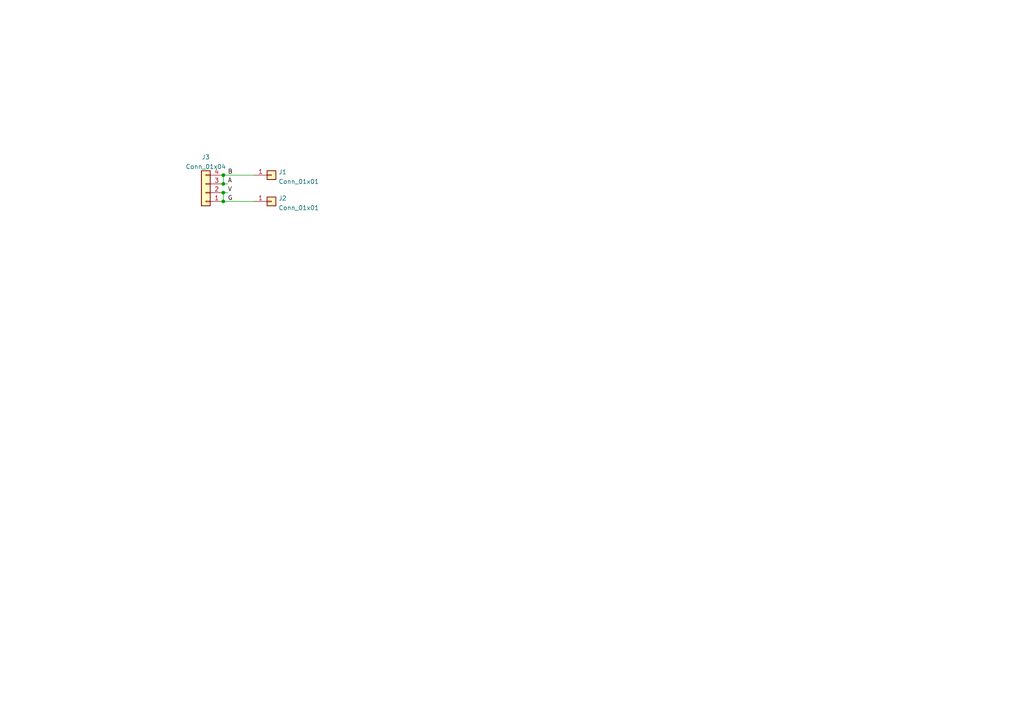
<source format=kicad_sch>
(kicad_sch (version 20211123) (generator eeschema)
  (paper "A4")
  (lib_symbols
    (symbol "Connector_Generic:Conn_01x01" (pin_names (offset 1.016) hide)
      (property "Reference" "J" (at 0 2.54 0))
      (property "Value" "Conn_01x01" (at 0 -2.54 0))
      (symbol "Conn_01x01_1_1"
        (rectangle (start -1.27 0.127) (end 0 -0.127) (stroke (width 0.1524)))
        (rectangle (start -1.27 1.27) (end 1.27 -1.27) (stroke (width 0.254)) (fill (type background)))
        (pin passive line (at -5.08 0 0) (length 3.81) (name "Pin_1") (number "1"))
      )
    )
    (symbol "Connector_Generic:Conn_01x04" (pin_names (offset 1.016) hide)
      (property "Reference" "J" (at 0 5.08 0))
      (property "Value" "Conn_01x04" (at 0 -7.62 0))
      (symbol "Conn_01x04_1_1"
        (rectangle (start -1.27 -4.953) (end 0 -5.207) (stroke (width 0.1524)))
        (rectangle (start -1.27 -2.413) (end 0 -2.667) (stroke (width 0.1524)))
        (rectangle (start -1.27 0.127) (end 0 -0.127) (stroke (width 0.1524)))
        (rectangle (start -1.27 2.667) (end 0 2.413) (stroke (width 0.1524)))
        (rectangle (start -1.27 3.81) (end 1.27 -6.35) (stroke (width 0.254)) (fill (type background)))
        (pin passive line (at -5.08 2.54 0) (length 3.81) (name "Pin_1") (number "1"))
        (pin passive line (at -5.08 0 0) (length 3.81) (name "Pin_2") (number "2"))
        (pin passive line (at -5.08 -2.54 0) (length 3.81) (name "Pin_3") (number "3"))
        (pin passive line (at -5.08 -5.08 0) (length 3.81) (name "Pin_4") (number "4"))
      )
    )
  )
  (junction (at 64.77 53.34))
  (junction (at 64.77 50.8))
  (junction (at 64.77 55.88))
  (junction (at 64.77 58.42))
  (wire (pts (xy 64.77 50.8) (xy 73.66 50.8)))
  (wire (pts (xy 64.77 53.34) (xy 66.04 53.34)))
  (wire (pts (xy 64.77 55.88) (xy 66.04 55.88)))
  (wire (pts (xy 64.77 55.88) (xy 64.77 58.42)))
  (wire (pts (xy 64.77 50.8) (xy 64.77 53.34)))
  (wire (pts (xy 64.77 58.42) (xy 73.66 58.42)))
  (label "B" (at 66.04 50.8 0))
  (label "A" (at 66.04 53.34 0))
  (label "V" (at 66.04 55.88 0))
  (label "G" (at 66.04 58.42 0))
  (symbol (lib_id "Connector_Generic:Conn_01x01") (at 78.74 58.42 0) (unit 1)
    (property "Reference" "J2" (at 80.772 57.5115 0) (effects (justify left)))
    (property "Value" "Conn_01x01" (at 80.772 60.2866 0) (effects (justify left)))
    (property "Footprint" "akita:CON_FCR7350" (effects hide))
  )
  (symbol (lib_id "Connector_Generic:Conn_01x04") (at 59.69 55.88 180) (unit 1)
    (property "Reference" "J3" (at 59.69 45.5635 0))
    (property "Value" "Conn_01x04" (at 59.69 48.3386 0))
    (property "Footprint" "akita:CON_BAVG" (effects hide))
  )
  (symbol (lib_id "Connector_Generic:Conn_01x01") (at 78.74 50.8 0) (unit 1)
    (property "Reference" "J1" (at 80.772 49.8915 0) (effects (justify left)))
    (property "Value" "Conn_01x01" (at 80.772 52.6666 0) (effects (justify left)))
    (property "Footprint" "akita:CON_FCR7350" (effects hide))
  )
)
</source>
